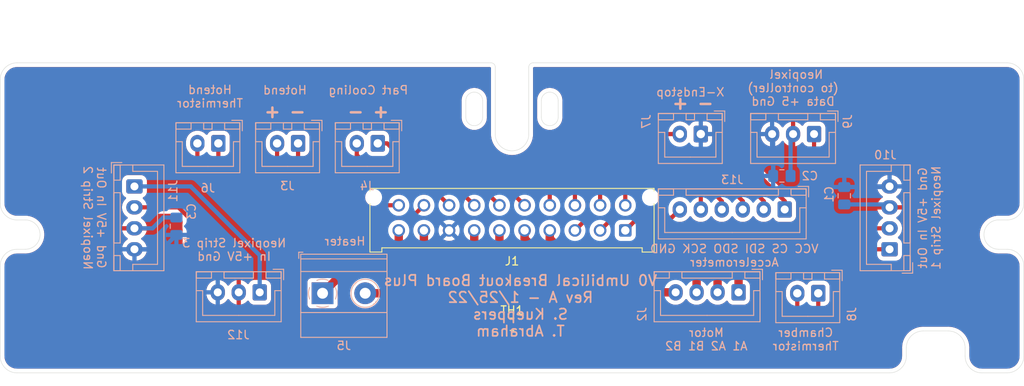
<source format=kicad_pcb>
(kicad_pcb (version 20211014) (generator pcbnew)
  (layers (0 "F.Cu" signal) (31 "B.Cu" signal) (34 "B.Paste" user) (35 "F.Paste" user) (36 "B.SilkS" user "B.Silkscreen") (37 "F.SilkS" user "F.Silkscreen") (38 "B.Mask" user) (39 "F.Mask" user) (44 "Edge.Cuts" user))
  (net 0 "")
  (net 1 "Net-(J1-Pad14)")
  (net 2 "Net-(J8-Pad2)")
  (net 3 "Net-(J8-Pad1)")
  (net 4 "/Hotend_Fan+")
  (net 5 "/Hotend_Fan-")
  (net 6 "/PartFan-")
  (net 7 "/PartFan+")
  (net 8 "/B2")
  (net 9 "/B1")
  (net 10 "/A2")
  (net 11 "/A1")
  (net 12 "Ground")
  (net 13 "5V")
  (net 14 "Data")
  (net 15 "DataIn2")
  (net 16 "DataOut2")
  (net 17 "/ADXL_GND")
  (net 18 "/ADXL_SDO")
  (net 19 "/ADXL_CS")
  (net 20 "Net-(J1-Pad9)")
  (net 21 "Net-(J1-Pad10)")
  (net 22 "/ADXL_SCLK")
  (net 23 "/ADXL_SDI")
  (net 24 "/ADXL_VCC")
  (net 25 "Net-(J1-Pad19)")
  (net 26 "Net-(J1-Pad20)")
  (footprint "V0-UmbilicalBoard:Molex_Micro-Fit_3.0_43045-2012_2x10_P3.00mm_Vertical" (layer "F.Cu") (at 113.5 101.5 180)
    (fp_text reference "J1" (at 13.5 -3.67 180) (layer "F.SilkS"))
    (fp_text value "Conn_02x10_Top_Bottom")
    (pad "" np_thru_hole circle (at 30 3.94 180) (size 1 1) (drill 1) (layers *.Cu *.Mask))
    (pad "" np_thru_hole circle (at -3 3.94 180) (size 1 1) (drill 1) (layers *.Cu *.Mask))
    (pad "1" thru_hole roundrect (at 0 0 180) (size 1.5 1.5) (drill 1) (layers *.Cu *.Mask) (roundrect_rratio 0.166667) (net 17 "/ADXL_GND"))
    (pad "2" thru_hole circle (at 3 0 180) (size 1.5 1.5) (drill 1) (layers *.Cu *.Mask) (net 18 "/ADXL_SDO"))
    (pad "3" thru_hole circle (at 6 0 180) (size 1.5 1.5) (drill 1) (layers *.Cu *.Mask) (net 19 "/ADXL_CS"))
    (pad "4" thru_hole circle (at 9 0 180) (size 1.5 1.5) (drill 1) (layers *.Cu *.Mask) (net 11 "/A1"))
    (pad "5" thru_hole circle (at 12 0 180) (size 1.5 1.5) (drill 1) (layers *.Cu *.Mask) (net 10 "/A2"))
    (pad "6" thru_hole circle (at 15 0 180) (size 1.5 1.5) (drill 1) (layers *.Cu *.Mask) (net 9 "/B1"))
    (pad "7" thru_hole circle (at 18 0 180) (size 1.5 1.5) (drill 1) (layers *.Cu *.Mask) (net 8 "/B2"))
    (pad "8" thru_hole circle (at 21 0 180) (size 1.5 1.5) (drill 1) (layers *.Cu *.Mask) (net 12 "Ground"))
    (pad "9" thru_hole circle (at 24 0 180) (size 1.5 1.5) (drill 1) (layers *.Cu *.Mask) (net 20 "Net-(J1-Pad9)"))
    (pad "10" thru_hole circle (at 27 0 180) (size 1.5 1.5) (drill 1) (layers *.Cu *.Mask) (net 21 "Net-(J1-Pad10)"))
    (pad "11" thru_hole circle (at 0 3 180) (size 1.5 1.5) (drill 1) (layers *.Cu *.Mask) (net 22 "/ADXL_SCLK"))
    (pad "12" thru_hole circle (at 3 3 180) (size 1.5 1.5) (drill 1) (layers *.Cu *.Mask) (net 23 "/ADXL_SDI"))
    (pad "13" thru_hole circle (at 6 3 180) (size 1.5 1.5) (drill 1) (layers *.Cu *.Mask) (net 24 "/ADXL_VCC"))
    (pad "14" thru_hole circle (at 9 3 180) (size 1.5 1.5) (drill 1) (layers *.Cu *.Mask) (net 1 "Net-(J1-Pad14)"))
    (pad "15" thru_hole circle (at 12 3 180) (size 1.5 1.5) (drill 1) (layers *.Cu *.Mask) (net 7 "/PartFan+"))
    (pad "16" thru_hole circle (at 15 3 180) (size 1.5 1.5) (drill 1) (layers *.Cu *.Mask) (net 6 "/PartFan-"))
    (pad "17" thru_hole circle (at 18 3 180) (size 1.5 1.5) (drill 1) (layers *.Cu *.Mask) (net 5 "/Hotend_Fan-"))
    (pad "18" thru_hole circle (at 21 3 180) (size 1.5 1.5) (drill 1) (layers *.Cu *.Mask) (net 4 "/Hotend_Fan+"))
    (pad "19" thru_hole circle (at 24 3 180) (size 1.5 1.5) (drill 1) (layers *.Cu *.Mask) (net 25 "Net-(J1-Pad19)"))
    (pad "20" thru_hole circle (at 27 3 180) (size 1.5 1.5) (drill 1) (layers *.Cu *.Mask) (net 26 "Net-(J1-Pad20)"))
  )
  (footprint "Resistor_SMD:R_0805_2012Metric_Pad1.20x1.40mm_HandSolder" (layer "F.Cu") (at 100 112.7)
    (fp_text reference "TH1" (at 0 -1.65) (layer "F.SilkS"))
    (fp_text value "Thermistor")
    (pad "1" smd roundrect locked (at -1 0) (size 1.2 1.4) (layers "F.Cu" "F.Paste" "F.Mask") (roundrect_rratio 0.2083325) (net 3 "Net-(J8-Pad1)"))
    (pad "2" smd roundrect locked (at 1 0) (size 1.2 1.4) (layers "F.Cu" "F.Paste" "F.Mask") (roundrect_rratio 0.2083325) (net 2 "Net-(J8-Pad2)"))
  )
  (footprint "Connector_JST:JST_XH_B2B-XH-A_1x02_P2.50mm_Vertical" (layer "B.Cu") (at 74.5 91.11 180)
    (fp_text reference "J3" (at 1.27 -5.08) (layer "B.SilkS") (effects (justify mirror)))
    (fp_text value "Hotend Fan")
    (pad "1" thru_hole roundrect locked (at 0 0 180) (size 1.7 2) (drill 1) (layers *.Cu *.Mask) (roundrect_rratio 0.1470588235) (net 5 "/Hotend_Fan-"))
    (pad "2" thru_hole oval locked (at 2.5 0 180) (size 1.7 2) (drill 1) (layers *.Cu *.Mask) (net 4 "/Hotend_Fan+"))
  )
  (footprint "Connector_JST:JST_XH_B2B-XH-A_1x02_P2.50mm_Vertical" (layer "B.Cu") (at 84 91.11 180)
    (fp_text reference "J4" (at 1.27 -5.08) (layer "B.SilkS") (effects (justify mirror)))
    (fp_text value "Part Cooling Fan")
    (pad "1" thru_hole roundrect locked (at 0 0 180) (size 1.7 2) (drill 1) (layers *.Cu *.Mask) (roundrect_rratio 0.1470588235) (net 7 "/PartFan+"))
    (pad "2" thru_hole oval locked (at 2.5 0 180) (size 1.7 2) (drill 1) (layers *.Cu *.Mask) (net 6 "/PartFan-"))
  )
  (footprint "Connector_JST:JST_XH_B2B-XH-A_1x02_P2.50mm_Vertical" (layer "B.Cu") (at 65 91.11 180)
    (fp_text reference "J6" (at 1.25 -5.34) (layer "B.SilkS") (effects (justify mirror)))
    (fp_text value "Thermistor")
    (pad "1" thru_hole roundrect locked (at 0 0 180) (size 1.7 2) (drill 1) (layers *.Cu *.Mask) (roundrect_rratio 0.1470588235) (net 26 "Net-(J1-Pad20)"))
    (pad "2" thru_hole oval locked (at 2.5 0 180) (size 1.7 2) (drill 1) (layers *.Cu *.Mask) (net 25 "Net-(J1-Pad19)"))
  )
  (footprint "Connector_JST:JST_XH_B2B-XH-A_1x02_P2.50mm_Vertical" (layer "B.Cu") (at 122.5 90 180)
    (fp_text reference "J7" (at 6.5 1.5 90) (layer "B.SilkS") (effects (justify mirror)))
    (fp_text value "X-Endstop")
    (pad "1" thru_hole roundrect locked (at 0 0 180) (size 1.7 2) (drill 1) (layers *.Cu *.Mask) (roundrect_rratio 0.1470588235) (net 12 "Ground"))
    (pad "2" thru_hole oval locked (at 2.5 0 180) (size 1.7 2) (drill 1) (layers *.Cu *.Mask) (net 1 "Net-(J1-Pad14)"))
  )
  (footprint "Connector_JST:JST_XH_B2B-XH-A_1x02_P2.50mm_Vertical" (layer "B.Cu") (at 136.5 109 180)
    (fp_text reference "J8" (at -4 -2.5 90) (layer "B.SilkS") (effects (justify mirror)))
    (fp_text value "Chamber Thermistor")
    (pad "1" thru_hole roundrect locked (at 0 0 180) (size 1.7 2) (drill 1) (layers *.Cu *.Mask) (roundrect_rratio 0.1470588235) (net 3 "Net-(J8-Pad1)"))
    (pad "2" thru_hole oval locked (at 2.5 0 180) (size 1.7 2) (drill 1) (layers *.Cu *.Mask) (net 2 "Net-(J8-Pad2)"))
  )
  (footprint "Connector_JST:JST_XH_B4B-XH-A_1x04_P2.50mm_Vertical" (layer "B.Cu") (at 127 108.89 180)
    (fp_text reference "J2" (at 11.5 -2.61 90) (layer "B.SilkS") (effects (justify mirror)))
    (fp_text value "Motor")
    (pad "1" thru_hole roundrect locked (at 0 0 180) (size 1.7 1.95) (drill 0.95) (layers *.Cu *.Mask) (roundrect_rratio 0.1470588235) (net 11 "/A1"))
    (pad "2" thru_hole oval locked (at 2.5 0 180) (size 1.7 1.95) (drill 0.95) (layers *.Cu *.Mask) (net 10 "/A2"))
    (pad "3" thru_hole oval locked (at 5 0 180) (size 1.7 1.95) (drill 0.95) (layers *.Cu *.Mask) (net 9 "/B1"))
    (pad "4" thru_hole oval locked (at 7.5 0 180) (size 1.7 1.95) (drill 0.95) (layers *.Cu *.Mask) (net 8 "/B2"))
  )
  (footprint "TerminalBlock_Phoenix:TerminalBlock_Phoenix_MKDS-1,5-2-5.08_1x02_P5.08mm_Horizontal" (layer "B.Cu") (at 77.42 109)
    (fp_text reference "J5" (at 2.54 6.26) (layer "B.SilkS") (effects (justify mirror)))
    (fp_text value "Heater")
    (pad "1" thru_hole rect locked (at 0 0) (size 2.6 2.6) (drill 1.3) (layers *.Cu *.Mask) (net 21 "Net-(J1-Pad10)"))
    (pad "2" thru_hole circle locked (at 5.08 0) (size 2.6 2.6) (drill 1.3) (layers *.Cu *.Mask) (net 20 "Net-(J1-Pad9)"))
  )
  (footprint "Connector_JST:JST_XH_B3B-XH-A_1x03_P2.50mm_Vertical" (layer "B.Cu") (at 136 90 180)
    (fp_text reference "J9" (at -4 1.5 90) (layer "B.SilkS") (effects (justify mirror)))
    (fp_text value "Neopixel (from controller)")
    (pad "1" thru_hole roundrect locked (at 0 0 180) (size 1.7 1.95) (drill 0.95) (layers *.Cu *.Mask) (roundrect_rratio 0.1470588235) (net 14 "Data"))
    (pad "2" thru_hole oval locked (at 2.5 0 180) (size 1.7 1.95) (drill 0.95) (layers *.Cu *.Mask) (net 13 "5V"))
    (pad "3" thru_hole oval locked (at 5 0 180) (size 1.7 1.95) (drill 0.95) (layers *.Cu *.Mask) (net 12 "Ground"))
  )
  (footprint "Connector_JST:JST_XH_B4B-XH-A_1x04_P2.50mm_Vertical" (layer "B.Cu") (at 145 103.75 90)
    (fp_text reference "J10" (at 11.25 -0.5 180) (layer "B.SilkS") (effects (justify mirror)))
    (fp_text value "Neopixel Strip 1")
    (pad "1" thru_hole roundrect locked (at 0 0 90) (size 1.7 1.95) (drill 0.95) (layers *.Cu *.Mask) (roundrect_rratio 0.1470588235) (net 15 "DataIn2"))
    (pad "2" thru_hole oval locked (at 2.5 0 90) (size 1.7 1.95) (drill 0.95) (layers *.Cu *.Mask) (net 14 "Data"))
    (pad "3" thru_hole oval locked (at 5 0 90) (size 1.7 1.95) (drill 0.95) (layers *.Cu *.Mask) (net 13 "5V"))
    (pad "4" thru_hole oval locked (at 7.5 0 90) (size 1.7 1.95) (drill 0.95) (layers *.Cu *.Mask) (net 12 "Ground"))
  )
  (footprint "Connector_JST:JST_XH_B4B-XH-A_1x04_P2.50mm_Vertical" (layer "B.Cu") (at 55 96.25 -90)
    (fp_text reference "J11" (at 0.55 -4.6 90) (layer "B.SilkS") (effects (justify mirror)))
    (fp_text value "Neopixel Strip 1")
    (pad "1" thru_hole roundrect locked (at 0 0 270) (size 1.7 1.95) (drill 0.95) (layers *.Cu *.Mask) (roundrect_rratio 0.1470588235) (net 16 "DataOut2"))
    (pad "2" thru_hole oval locked (at 2.5 0 270) (size 1.7 1.95) (drill 0.95) (layers *.Cu *.Mask) (net 15 "DataIn2"))
    (pad "3" thru_hole oval locked (at 5 0 270) (size 1.7 1.95) (drill 0.95) (layers *.Cu *.Mask) (net 13 "5V"))
    (pad "4" thru_hole oval locked (at 7.5 0 270) (size 1.7 1.95) (drill 0.95) (layers *.Cu *.Mask) (net 12 "Ground"))
  )
  (footprint "Capacitor_SMD:C_0805_2012Metric_Pad1.18x1.45mm_HandSolder" (layer "B.Cu") (at 139.6 97.3625 90)
    (fp_text reference "C1" (at 0.1625 -1.8 270) (layer "B.SilkS") (effects (justify mirror)))
    (fp_text value "C")
    (pad "1" smd roundrect locked (at -1.0375 0 90) (size 1.175 1.45) (layers "B.Cu" "B.Paste" "B.Mask") (roundrect_rratio 0.2127659574) (net 13 "5V"))
    (pad "2" smd roundrect locked (at 1.0375 0 90) (size 1.175 1.45) (layers "B.Cu" "B.Paste" "B.Mask") (roundrect_rratio 0.2127659574) (net 12 "Ground"))
  )
  (footprint "Capacitor_SMD:C_0805_2012Metric_Pad1.18x1.45mm_HandSolder" (layer "B.Cu") (at 132.1625 95 180)
    (fp_text reference "C2" (at -3.3375 0) (layer "B.SilkS") (effects (justify mirror)))
    (fp_text value "C")
    (pad "1" smd roundrect locked (at -1.0375 0 180) (size 1.175 1.45) (layers "B.Cu" "B.Paste" "B.Mask") (roundrect_rratio 0.2127659574) (net 13 "5V"))
    (pad "2" smd roundrect locked (at 1.0375 0 180) (size 1.175 1.45) (layers "B.Cu" "B.Paste" "B.Mask") (roundrect_rratio 0.2127659574) (net 12 "Ground"))
  )
  (footprint "Capacitor_SMD:C_0805_2012Metric_Pad1.18x1.45mm_HandSolder" (layer "B.Cu") (at 60 101 -90)
    (fp_text reference "C3" (at -1.762 -1.8 -90) (layer "B.SilkS") (effects (justify mirror)))
    (fp_text value "C")
    (pad "1" smd roundrect locked (at -1.0375 0 270) (size 1.175 1.45) (layers "B.Cu" "B.Paste" "B.Mask") (roundrect_rratio 0.2127659574) (net 13 "5V"))
    (pad "2" smd roundrect locked (at 1.0375 0 270) (size 1.175 1.45) (layers "B.Cu" "B.Paste" "B.Mask") (roundrect_rratio 0.2127659574) (net 12 "Ground"))
  )
  (footprint "Connector_JST:JST_XH_B3B-XH-A_1x03_P2.50mm_Vertical" (layer "B.Cu") (at 69.928 108.89 180)
    (fp_text reference "J12" (at 2.54 -5.08) (layer "B.SilkS") (effects (justify mirror)))
    (fp_text value "Neopixel Out")
    (pad "1" thru_hole roundrect locked (at 0 0 180) (size 1.7 1.95) (drill 0.95) (layers *.Cu *.Mask) (roundrect_rratio 0.1470588235) (net 16 "DataOut2"))
    (pad "2" thru_hole oval locked (at 2.5 0 180) (size 1.7 1.95) (drill 0.95) (layers *.Cu *.Mask) (net 13 "5V"))
    (pad "3" thru_hole oval locked (at 5 0 180) (size 1.7 1.95) (drill 0.95) (layers *.Cu *.Mask) (net 12 "Ground"))
  )
  (footprint "Connector_JST:JST_XH_B6B-XH-A_1x06_P2.50mm_Vertical" (layer "B.Cu") (at 132.5 99 180)
    (fp_text reference "J13" (at 6.25 3.55) (layer "B.SilkS") (effects (justify mirror)))
    (fp_text value "Accelerometer")
    (pad "1" thru_hole roundrect (at 0 0 180) (size 1.7 1.95) (drill 0.95) (layers *.Cu *.Mask) (roundrect_rratio 0.1470588235) (net 24 "/ADXL_VCC"))
    (pad "2" thru_hole oval (at 2.5 0 180) (size 1.7 1.95) (drill 0.95) (layers *.Cu *.Mask) (net 19 "/ADXL_CS"))
    (pad "3" thru_hole oval (at 5 0 180) (size 1.7 1.95) (drill 0.95) (layers *.Cu *.Mask) (net 23 "/ADXL_SDI"))
    (pad "4" thru_hole oval (at 7.5 0 180) (size 1.7 1.95) (drill 0.95) (layers *.Cu *.Mask) (net 18 "/ADXL_SDO"))
    (pad "5" thru_hole oval (at 10 0 180) (size 1.7 1.95) (drill 0.95) (layers *.Cu *.Mask) (net 22 "/ADXL_SCLK"))
    (pad "6" thru_hole oval (at 12.5 0 180) (size 1.7 1.95) (drill 0.95) (layers *.Cu *.Mask) (net 17 "/ADXL_GND"))
  )
  (gr_line (start 97.5 81.5) (end 41 81.5) (layer "Edge.Cuts") (width 0.05))
  (gr_line (start 102.5 81.5) (end 159 81.5) (layer "Edge.Cuts") (width 0.05))
  (gr_line (start 98 82) (end 98 90) (layer "Edge.Cuts") (width 0.05))
  (gr_line (start 102 82) (end 102 90) (layer "Edge.Cuts") (width 0.05))
  (gr_arc (start 105.5 88) (mid 104.5 89) (end 103.5 88) (layer "Edge.Cuts") (width 0.05))
  (gr_line (start 105.5 88) (end 105.5 86) (layer "Edge.Cuts") (width 0.05))
  (gr_arc (start 96.5 88) (mid 95.5 89) (end 94.5 88) (layer "Edge.Cuts") (width 0.05))
  (gr_arc (start 94.5 86) (mid 95.5 85) (end 96.5 86) (layer "Edge.Cuts") (width 0.05))
  (gr_line (start 94.5 86) (end 94.5 88) (layer "Edge.Cuts") (width 0.05))
  (gr_line (start 96.5 88) (end 96.5 86) (layer "Edge.Cuts") (width 0.05))
  (gr_arc (start 102 90) (mid 100 92) (end 98 90) (layer "Edge.Cuts") (width 0.05))
  (gr_line (start 161 116.5) (end 161 105.75) (layer "Edge.Cuts") (width 0.05))
  (gr_line (start 154 116.5) (end 154 115.5) (layer "Edge.Cuts") (width 0.05))
  (gr_arc (start 102 82) (mid 102.146447 81.646447) (end 102.5 81.5) (layer "Edge.Cuts") (width 0.05))
  (gr_line (start 103.5 86) (end 103.5 88) (layer "Edge.Cuts") (width 0.05))
  (gr_arc (start 41 118.5) (mid 39.585786 117.914214) (end 39 116.5) (layer "Edge.Cuts") (width 0.05))
  (gr_arc (start 156 118.5) (mid 154.585786 117.914214) (end 154 116.5) (layer "Edge.Cuts") (width 0.05))
  (gr_line (start 41 103.75) (end 42 103.75) (layer "Edge.Cuts") (width 0.05))
  (gr_line (start 161 98.25) (end 161 83.5) (layer "Edge.Cuts") (width 0.05))
  (gr_line (start 147 115.5) (end 147 116.5) (layer "Edge.Cuts") (width 0.05))
  (gr_arc (start 103.5 86) (mid 104.5 85) (end 105.5 86) (layer "Edge.Cuts") (width 0.05))
  (gr_line (start 158 103.75) (end 159 103.75) (layer "Edge.Cuts") (width 0.05))
  (gr_arc (start 42 100.25) (mid 43.75 102) (end 42 103.75) (layer "Edge.Cuts") (width 0.05))
  (gr_arc (start 152 113.5) (mid 153.414214 114.085786) (end 154 115.5) (layer "Edge.Cuts") (width 0.05))
  (gr_arc (start 161 116.5) (mid 160.414214 117.914214) (end 159 118.5) (layer "Edge.Cuts") (width 0.05))
  (gr_line (start 152 113.5) (end 149 113.5) (layer "Edge.Cuts") (width 0.05))
  (gr_arc (start 159 103.75) (mid 160.414214 104.335786) (end 161 105.75) (layer "Edge.Cuts") (width 0.05))
  (gr_arc (start 39 83.5) (mid 39.585786 82.085786) (end 41 81.5) (layer "Edge.Cuts") (width 0.05))
  (gr_line (start 39 105.75) (end 39 116.5) (layer "Edge.Cuts") (width 0.05))
  (gr_arc (start 41 100.250001) (mid 39.585786 99.664214) (end 38.999999 98.25) (layer "Edge.Cuts") (width 0.05))
  (gr_line (start 156 118.5) (end 159 118.5) (layer "Edge.Cuts") (width 0.05))
  (gr_arc (start 161 98.25) (mid 160.414214 99.664214) (end 159 100.25) (layer "Edge.Cuts") (width 0.05))
  (gr_arc (start 158 103.75) (mid 156.25 102) (end 158 100.25) (layer "Edge.Cuts") (width 0.05))
  (gr_arc (start 147 115.5) (mid 147.585786 114.085786) (end 149 113.5) (layer "Edge.Cuts") (width 0.05))
  (gr_arc (start 147 116.5) (mid 146.414214 117.914214) (end 145 118.5) (layer "Edge.Cuts") (width 0.05))
  (gr_line (start 42 100.25) (end 41 100.25) (layer "Edge.Cuts") (width 0.05))
  (gr_arc (start 39 105.75) (mid 39.585786 104.335786) (end 41 103.75) (layer "Edge.Cuts") (width 0.05))
  (gr_line (start 159 100.25) (end 158 100.25) (layer "Edge.Cuts") (width 0.05))
  (gr_arc (start 97.5 81.5) (mid 97.853553 81.646447) (end 98 82) (layer "Edge.Cuts") (width 0.05))
  (gr_line (start 41 118.5) (end 145 118.5) (layer "Edge.Cuts") (width 0.05))
  (gr_line (start 39 83.5) (end 39 98.25) (layer "Edge.Cuts") (width 0.05))
  (gr_arc (start 159 81.5) (mid 160.414214 82.085786) (end 161 83.5) (layer "Edge.Cuts") (width 0.05))
  (gr_text "- +" (at 121.56 86.3) (layer "B.SilkS") (effects (font (size 1.5 1.5) (thickness 0.3)) (justify mirror)))
  (gr_text "V0 Umbilical Breakout Board Plus\nRev A - 1/25/22\nS. Kueppers\nT. Abraham" (at 101 110.5) (layer "B.SilkS") (effects (font (size 1.25 1.25) (thickness 0.2)) (justify mirror)))
  (gr_text "Gnd +5V In Out\nNeopixel Strip 2" (at 50.25 100 -90) (layer "B.SilkS") (effects (font (size 1 1)) (justify mirror)))
  (gr_text "Gnd +5V In Out\nNeopixel Strip 1" (at 149.75 100 90) (layer "B.SilkS") (effects (font (size 1 1)) (justify mirror)))
  (gr_text "Motor\nA1 A2 B1 B2" (at 123.16 114.5) (layer "B.SilkS") (effects (font (size 1 1)) (justify mirror)))
  (gr_text "Neopixel Strip 3\nIn +5V Gnd" (at 66.88 103.81) (layer "B.SilkS") (effects (font (size 1 1)) (justify mirror)))
  (gr_text "+ -" (at 82.87 87.3) (layer "B.SilkS") (effects (font (size 1.5 1.5) (thickness 0.3)) (justify mirror)))
  (gr_text "VCC CS SDI SDO SCK GND\nAccelerometer" (at 126.5 104.5) (layer "B.SilkS") (effects (font (size 1 1)) (justify mirror)))
  (gr_text "Neopixel \n(to controller)\nData +5 Gnd" (at 133.5 84.5) (layer "B.SilkS") (effects (font (size 1 1)) (justify mirror)))
  (gr_text "Hotend\nThermistor" (at 64 85.522) (layer "B.SilkS") (effects (font (size 1 1)) (justify mirror)))
  (gr_text "Hotend" (at 72.94 84.76) (layer "B.SilkS") (effects (font (size 1 1)) (justify mirror)))
  (gr_text "- +" (at 72.94 87.3) (layer "B.SilkS") (effects (font (size 1.5 1.5) (thickness 0.3)) (justify mirror)))
  (gr_text "X-Endstop" (at 121.25 85) (layer "B.SilkS") (effects (font (size 1 1)) (justify mirror)))
  (gr_text "Chamber\nThermistor" (at 135 114.5) (layer "B.SilkS") (effects (font (size 1 1)) (justify mirror)))
  (gr_text "Heater" (at 80.088 102.794) (layer "B.SilkS") (effects (font (size 1 1)) (justify mirror)))
  (gr_text "Part Cooling" (at 82.87 84.76) (layer "B.SilkS") (effects (font (size 1 1)) (justify mirror)))
  (segment (start 110 90) (end 104.5 95.5) (width 0.5) (layer "F.Cu") (net 1))
  (segment (start 104.5 95.5) (end 104.5 98.5) (width 0.5) (layer "F.Cu") (net 1))
  (segment (start 120 90) (end 110 90) (width 0.5) (layer "F.Cu") (net 1))
  (segment (start 134 111.8) (end 134 109) (width 0.5) (layer "F.Cu") (net 2))
  (segment (start 101 113.5) (end 101.5 114) (width 0.5) (layer "F.Cu") (net 2))
  (segment (start 101 112.7) (end 101 113.5) (width 0.5) (layer "F.Cu") (net 2))
  (segment (start 101.5 114) (end 131.8 114) (width 0.5) (layer "F.Cu") (net 2))
  (segment (start 131.8 114) (end 134 111.8) (width 0.5) (layer "F.Cu") (net 2))
  (segment (start 136.5 112.5) (end 134 115) (width 0.5) (layer "F.Cu") (net 3))
  (segment (start 99.6 115) (end 99 114.4) (width 0.5) (layer "F.Cu") (net 3))
  (segment (start 99 114.4) (end 99 112.7) (width 0.5) (layer "F.Cu") (net 3))
  (segment (start 136.5 109) (end 136.5 112.5) (width 0.5) (layer "F.Cu") (net 3))
  (segment (start 134 115) (end 99.6 115) (width 0.5) (layer "F.Cu") (net 3))
  (segment (start 74.5 96) (end 72 93.5) (width 0.5) (layer "F.Cu") (net 4))
  (segment (start 92.5 98.5) (end 91 97) (width 0.5) (layer "F.Cu") (net 4))
  (segment (start 85 97) (end 84 96) (width 0.5) (layer "F.Cu") (net 4))
  (segment (start 72 93.5) (end 72 91.11) (width 0.5) (layer "F.Cu") (net 4))
  (segment (start 91 97) (end 85 97) (width 0.5) (layer "F.Cu") (net 4))
  (segment (start 84 96) (end 74.5 96) (width 0.5) (layer "F.Cu") (net 4))
  (segment (start 74.5 93) (end 74.5 91.11) (width 0.5) (layer "F.Cu") (net 5))
  (segment (start 85.5 95.5) (end 84.5 94.5) (width 0.5) (layer "F.Cu") (net 5))
  (segment (start 84.5 94.5) (end 76 94.5) (width 0.5) (layer "F.Cu") (net 5))
  (segment (start 95.5 98.5) (end 92.5 95.5) (width 0.5) (layer "F.Cu") (net 5))
  (segment (start 76 94.5) (end 74.5 93) (width 0.5) (layer "F.Cu") (net 5))
  (segment (start 92.5 95.5) (end 85.5 95.5) (width 0.5) (layer "F.Cu") (net 5))
  (segment (start 86 94) (end 85 93) (width 0.5) (layer "F.Cu") (net 6))
  (segment (start 82 93) (end 81.5 92.5) (width 0.5) (layer "F.Cu") (net 6))
  (segment (start 98.5 98.5) (end 94 94) (width 0.5) (layer "F.Cu") (net 6))
  (segment (start 94 94) (end 86 94) (width 0.5) (layer "F.Cu") (net 6))
  (segment (start 85 93) (end 82 93) (width 0.5) (layer "F.Cu") (net 6))
  (segment (start 81.5 92.5) (end 81.5 91.11) (width 0.5) (layer "F.Cu") (net 6))
  (segment (start 86.5 92.5) (end 85.11 91.11) (width 0.5) (layer "F.Cu") (net 7))
  (segment (start 85.11 91.11) (end 84 91.11) (width 0.5) (layer "F.Cu") (net 7))
  (segment (start 95.5 92.5) (end 86.5 92.5) (width 0.5) (layer "F.Cu") (net 7))
  (segment (start 101.5 98.5) (end 95.5 92.5) (width 0.5) (layer "F.Cu") (net 7))
  (segment (start 116.5 110) (end 117.61 108.89) (width 1) (layer "F.Cu") (net 8))
  (segment (start 95.5 103.5) (end 102 110) (width 1) (layer "F.Cu") (net 8))
  (segment (start 117.61 108.89) (end 119.5 108.89) (width 1) (layer "F.Cu") (net 8))
  (segment (start 102 110) (end 116.5 110) (width 1) (layer "F.Cu") (net 8))
  (segment (start 95.5 101.5) (end 95.5 103.5) (width 1) (layer "F.Cu") (net 8))
  (segment (start 122 107.2) (end 121.3 106.5) (width 1) (layer "F.Cu") (net 9))
  (segment (start 116 108) (end 103.5 108) (width 1) (layer "F.Cu") (net 9))
  (segment (start 98.5 103) (end 98.5 101.5) (width 1) (layer "F.Cu") (net 9))
  (segment (start 121.3 106.5) (end 117.5 106.5) (width 1) (layer "F.Cu") (net 9))
  (segment (start 117.5 106.5) (end 116 108) (width 1) (layer "F.Cu") (net 9))
  (segment (start 122 108.89) (end 122 107.2) (width 1) (layer "F.Cu") (net 9))
  (segment (start 103.5 108) (end 98.5 103) (width 1) (layer "F.Cu") (net 9))
  (segment (start 105 106) (end 101.5 102.5) (width 1) (layer "F.Cu") (net 10))
  (segment (start 124.5 107) (end 122 104.5) (width 1) (layer "F.Cu") (net 10))
  (segment (start 124.5 108.89) (end 124.5 107) (width 1) (layer "F.Cu") (net 10))
  (segment (start 115.5 106) (end 105 106) (width 1) (layer "F.Cu") (net 10))
  (segment (start 101.5 102.5) (end 101.5 101.5) (width 1) (layer "F.Cu") (net 10))
  (segment (start 117 104.5) (end 115.5 106) (width 1) (layer "F.Cu") (net 10))
  (segment (start 122 104.5) (end 117 104.5) (width 1) (layer "F.Cu") (net 10))
  (segment (start 106 104) (end 104.5 102.5) (width 1) (layer "F.Cu") (net 11))
  (segment (start 115 104) (end 106 104) (width 1) (layer "F.Cu") (net 11))
  (segment (start 104.5 102.5) (end 104.5 101.5) (width 1) (layer "F.Cu") (net 11))
  (segment (start 116.5 102.5) (end 115 104) (width 1) (layer "F.Cu") (net 11))
  (segment (start 123 102.5) (end 116.5 102.5) (width 1) (layer "F.Cu") (net 11))
  (segment (start 127 107) (end 127 106.5) (width 1) (layer "F.Cu") (net 11))
  (segment (start 127 107) (end 127 108.89) (width 1) (layer "F.Cu") (net 11))
  (segment (start 127 106.5) (end 123 102.5) (width 1) (layer "F.Cu") (net 11))
  (segment (start 55 103.75) (end 58.2875 103.75) (width 0.5) (layer "B.Cu") (net 12))
  (segment (start 131.125 90.125) (end 131 90) (width 0.5) (layer "B.Cu") (net 12))
  (segment (start 131.125 95) (end 131.125 90.125) (width 0.5) (layer "B.Cu") (net 12))
  (segment (start 58.2875 103.75) (end 60 102.0375) (width 0.5) (layer "B.Cu") (net 12))
  (segment (start 144.925 96.325) (end 145 96.25) (width 0.5) (layer "B.Cu") (net 12))
  (segment (start 139.6 96.325) (end 144.925 96.325) (width 0.5) (layer "B.Cu") (net 12))
  (segment (start 139.6 98.4) (end 144.65 98.4) (width 0.5) (layer "B.Cu") (net 13))
  (segment (start 133.2 90.3) (end 133.5 90) (width 0.5) (layer "B.Cu") (net 13))
  (segment (start 60 99.9625) (end 58.4375 99.9625) (width 0.5) (layer "B.Cu") (net 13))
  (segment (start 144.65 98.4) (end 145 98.75) (width 0.5) (layer "B.Cu") (net 13))
  (segment (start 133.2 95) (end 133.2 90.3) (width 0.5) (layer "B.Cu") (net 13))
  (segment (start 58.4375 99.9625) (end 57.15 101.25) (width 0.5) (layer "B.Cu") (net 13))
  (segment (start 57.15 101.25) (end 55 101.25) (width 0.5) (layer "B.Cu") (net 13))
  (segment (start 139.25 101.25) (end 136 98) (width 0.5) (layer "F.Cu") (net 14))
  (segment (start 136 98) (end 136 90) (width 0.5) (layer "F.Cu") (net 14))
  (segment (start 145 101.25) (end 139.25 101.25) (width 0.5) (layer "F.Cu") (net 14))
  (segment (start 61.5 100) (end 61.5 112.5) (width 0.5) (layer "F.Cu") (net 15))
  (segment (start 141.75 103.75) (end 145 103.75) (width 0.5) (layer "F.Cu") (net 15))
  (segment (start 140.5 105) (end 141.75 103.75) (width 0.5) (layer "F.Cu") (net 15))
  (segment (start 61.5 112.5) (end 65.5 116.5) (width 0.5) (layer "F.Cu") (net 15))
  (segment (start 139 116.5) (end 140.5 115) (width 0.5) (layer "F.Cu") (net 15))
  (segment (start 140.5 115) (end 140.5 105) (width 0.5) (layer "F.Cu") (net 15))
  (segment (start 60.25 98.75) (end 61.5 100) (width 0.5) (layer "F.Cu") (net 15))
  (segment (start 65.5 116.5) (end 139 116.5) (width 0.5) (layer "F.Cu") (net 15))
  (segment (start 55 98.75) (end 60.25 98.75) (width 0.5) (layer "F.Cu") (net 15))
  (segment (start 61.706 96.25) (end 69.928 104.472) (width 0.5) (layer "B.Cu") (net 16))
  (segment (start 69.928 104.472) (end 69.928 108.89) (width 0.5) (layer "B.Cu") (net 16))
  (segment (start 55 96.25) (end 61.706 96.25) (width 0.5) (layer "B.Cu") (net 16))
  (segment (start 113.5 101.5) (end 115.025 99.975) (width 0.5) (layer "F.Cu") (net 17))
  (segment (start 119.025 99.975) (end 120 99) (width 0.5) (layer "F.Cu") (net 17))
  (segment (start 115.025 99.975) (end 119.025 99.975) (width 0.5) (layer "F.Cu") (net 17))
  (segment (start 122 95) (end 125 98) (width 0.5) (layer "F.Cu") (net 18))
  (segment (start 113.5 95) (end 122 95) (width 0.5) (layer "F.Cu") (net 18))
  (segment (start 112 100) (end 112 96.5) (width 0.5) (layer "F.Cu") (net 18))
  (segment (start 125 98) (end 125 99) (width 0.5) (layer "F.Cu") (net 18))
  (segment (start 110.5 101.5) (end 112 100) (width 0.5) (layer "F.Cu") (net 18))
  (segment (start 112 96.5) (end 113.5 95) (width 0.5) (layer "F.Cu") (net 18))
  (segment (start 125 93) (end 130 98) (width 0.5) (layer "F.Cu") (net 19))
  (segment (start 109 95.5) (end 111.5 93) (width 0.5) (layer "F.Cu") (net 19))
  (segment (start 109 100) (end 109 95.5) (width 0.5) (layer "F.Cu") (net 19))
  (segment (start 111.5 93) (end 125 93) (width 0.5) (layer "F.Cu") (net 19))
  (segment (start 130 98) (end 130 99) (width 0.5) (layer "F.Cu") (net 19))
  (segment (start 107.5 101.5) (end 109 100) (width 0.5) (layer "F.Cu") (net 19))
  (segment (start 85.5 109) (end 89.5 105) (width 1) (layer "F.Cu") (net 20))
  (segment (start 82.5 109) (end 85.5 109) (width 1) (layer "F.Cu") (net 20))
  (segment (start 89.5 105) (end 89.5 101.5) (width 1) (layer "F.Cu") (net 20))
  (segment (start 80.17 106.25) (end 85.25 106.25) (width 1) (layer "F.Cu") (net 21))
  (segment (start 86.5 105) (end 86.5 101.5) (width 1) (layer "F.Cu") (net 21))
  (segment (start 80.17 106.25) (end 77.42 109) (width 1) (layer "F.Cu") (net 21))
  (segment (start 85.25 106.25) (end 86.5 105) (width 1) (layer "F.Cu") (net 21))
  (segment (start 113.5 98.5) (end 113.5 97) (width 0.5) (layer "F.Cu") (net 22))
  (segment (start 121.5 96) (end 122.5 97) (width 0.5) (layer "F.Cu") (net 22))
  (segment (start 114.5 96) (end 121.5 96) (width 0.5) (layer "F.Cu") (net 22))
  (segment (start 113.5 97) (end 114.5 96) (width 0.5) (layer "F.Cu") (net 22))
  (segment (start 122.5 97) (end 122.5 99) (width 0.5) (layer "F.Cu") (net 22))
  (segment (start 123.5 94) (end 127.5 98) (width 0.5) (layer "F.Cu") (net 23))
  (segment (start 112.5 94) (end 123.5 94) (width 0.5) (layer "F.Cu") (net 23))
  (segment (start 110.5 96) (end 112.5 94) (width 0.5) (layer "F.Cu") (net 23))
  (segment (start 110.5 98.5) (end 110.5 96) (width 0.5) (layer "F.Cu") (net 23))
  (segment (start 127.5 98) (end 127.5 99) (width 0.5) (layer "F.Cu") (net 23))
  (segment (start 107.5 98.5) (end 107.5 95.5) (width 0.5) (layer "F.Cu") (net 24))
  (segment (start 107.5 95.5) (end 111 92) (width 0.5) (layer "F.Cu") (net 24))
  (segment (start 111 92) (end 126.5 92) (width 0.5) (layer "F.Cu") (net 24))
  (segment (start 126.5 92) (end 132.5 98) (width 0.5) (layer "F.Cu") (net 24))
  (segment (start 132.5 98) (end 132.5 99) (width 0.5) (layer "F.Cu") (net 24))
  (segment (start 88 100) (end 85.5 100) (width 0.5) (layer "F.Cu") (net 25))
  (segment (start 70.5 101.5) (end 62.5 93.5) (width 0.5) (layer "F.Cu") (net 25))
  (segment (start 85.5 100) (end 84 101.5) (width 0.5) (layer "F.Cu") (net 25))
  (segment (start 84 101.5) (end 70.5 101.5) (width 0.5) (layer "F.Cu") (net 25))
  (segment (start 89.5 98.5) (end 88 100) (width 0.5) (layer "F.Cu") (net 25))
  (segment (start 62.5 93.5) (end 62.5 91.11) (width 0.5) (layer "F.Cu") (net 25))
  (segment (start 65 91.11) (end 65 93.5) (width 0.5) (layer "F.Cu") (net 26))
  (segment (start 71.5 100) (end 83.5 100) (width 0.5) (layer "F.Cu") (net 26))
  (segment (start 65 93.5) (end 71.5 100) (width 0.5) (layer "F.Cu") (net 26))
  (segment (start 85 98.5) (end 86.5 98.5) (width 0.5) (layer "F.Cu") (net 26))
  (segment (start 83.5 100) (end 85 98.5) (width 0.5) (layer "F.Cu") (net 26))
  (zone (net 13) (net_name "5V") (layer "F.Cu") (connect_pads (clearance 0.508)) (min_thickness 0.254) (fill yes (thermal_gap 0.508) (thermal_bridge_width 0.508))
    (polygon (pts (xy 161 119) (xy 39 119) (xy 39 81) (xy 161 81)))
  )
  (zone (net 0) (net_name "") (layer "F.Cu") (connect_pads (clearance 0)) (min_thickness 0.254)
    (keepout (tracks allowed) (vias allowed) (pads allowed) (copperpour not_allowed) (footprints allowed))
    (fill (thermal_gap 0.508) (thermal_bridge_width 0.508))
    (polygon (pts (xy 116.2 102.6) (xy 84.8 102.6) (xy 84.8 97.2) (xy 116.2 97.2)))
  )
  (zone (net 12) (net_name "Ground") (layer "B.Cu") (connect_pads (clearance 0.508)) (min_thickness 0.254) (fill yes (thermal_gap 0.508) (thermal_bridge_width 0.508))
    (polygon (pts (xy 161 119) (xy 39 119) (xy 39 81) (xy 161 81)))
  )
)
</source>
